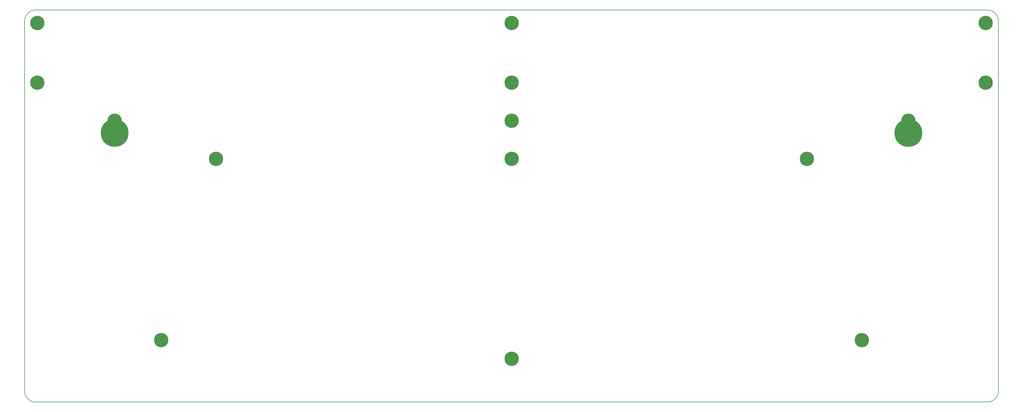
<source format=gbr>
G04 #@! TF.GenerationSoftware,KiCad,Pcbnew,5.1.10-88a1d61d58~90~ubuntu21.04.1*
G04 #@! TF.CreationDate,2021-10-21T10:44:10+02:00*
G04 #@! TF.ProjectId,discipline-bottom,64697363-6970-46c6-996e-652d626f7474,rev?*
G04 #@! TF.SameCoordinates,Original*
G04 #@! TF.FileFunction,Soldermask,Top*
G04 #@! TF.FilePolarity,Negative*
%FSLAX46Y46*%
G04 Gerber Fmt 4.6, Leading zero omitted, Abs format (unit mm)*
G04 Created by KiCad (PCBNEW 5.1.10-88a1d61d58~90~ubuntu21.04.1) date 2021-10-21 10:44:10*
%MOMM*%
%LPD*%
G01*
G04 APERTURE LIST*
G04 #@! TA.AperFunction,Profile*
%ADD10C,0.150000*%
G04 #@! TD*
%ADD11C,4.502000*%
%ADD12C,8.702000*%
G04 APERTURE END LIST*
D10*
X362129784Y-175749849D02*
X63852975Y-175749849D01*
X365436843Y-56249439D02*
X365436843Y-172442790D01*
X63849975Y-52942380D02*
X362129784Y-52942380D01*
X60542916Y-172445789D02*
X60542916Y-56249439D01*
X362129784Y-52942380D02*
G75*
G02*
X365436843Y-56249439I0J-3307059D01*
G01*
X365436843Y-172442790D02*
G75*
G02*
X362129784Y-175749849I-3307059J0D01*
G01*
X63852975Y-175749848D02*
G75*
G02*
X60542916Y-172445789I-3000J3307059D01*
G01*
X60542916Y-56249439D02*
G75*
G02*
X63849975Y-52942380I3307059J0D01*
G01*
X362129784Y-175749849D02*
X63852975Y-175749849D01*
X365436843Y-56249439D02*
X365436843Y-172442790D01*
X63849975Y-52942380D02*
X362129784Y-52942380D01*
X60542916Y-172445789D02*
X60542916Y-56249439D01*
X362129784Y-52942380D02*
G75*
G02*
X365436843Y-56249439I0J-3307059D01*
G01*
X365436843Y-172442790D02*
G75*
G02*
X362129784Y-175749849I-3307059J0D01*
G01*
X63852975Y-175749848D02*
G75*
G02*
X60542916Y-172445789I-3000J3307059D01*
G01*
X60542916Y-56249439D02*
G75*
G02*
X63849975Y-52942380I3307059J0D01*
G01*
D11*
X212992504Y-87627160D03*
X337232504Y-87627160D03*
X88752504Y-87627160D03*
X212992504Y-75697160D03*
X212992504Y-56947160D03*
D12*
X337229903Y-91409552D03*
D11*
X212989879Y-162205740D03*
X212989879Y-99550624D03*
X305448502Y-99550624D03*
X120531257Y-99550624D03*
X322637337Y-156394590D03*
X103342422Y-156394590D03*
X361437255Y-75697160D03*
X361437255Y-56947160D03*
X64542504Y-56947160D03*
X64542504Y-75697160D03*
D12*
X88749856Y-91409552D03*
M02*

</source>
